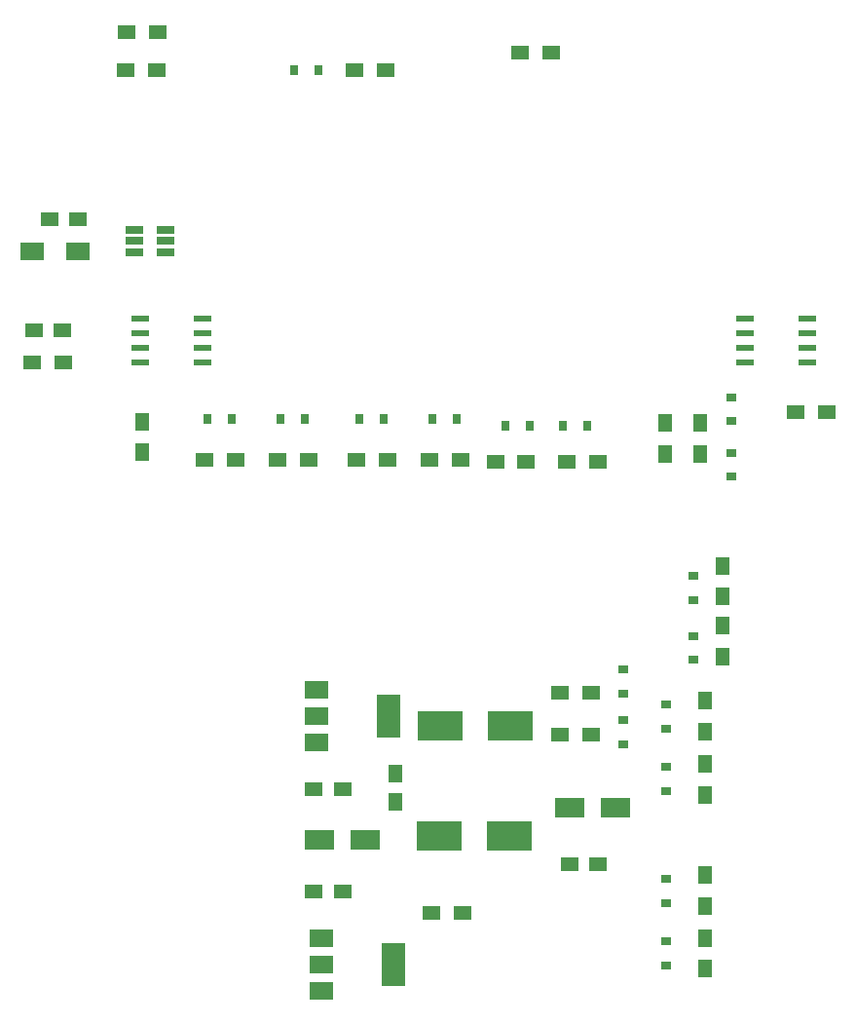
<source format=gtp>
G04 #@! TF.GenerationSoftware,KiCad,Pcbnew,(5.0.0-rc2-dev-444-g2974a2c10)*
G04 #@! TF.CreationDate,2019-06-05T22:24:42-07:00*
G04 #@! TF.ProjectId,2019-04-06_Range_Slicer_PCB,323031392D30342D30365F52616E6765,v02*
G04 #@! TF.SameCoordinates,Original*
G04 #@! TF.FileFunction,Paste,Top*
G04 #@! TF.FilePolarity,Positive*
%FSLAX46Y46*%
G04 Gerber Fmt 4.6, Leading zero omitted, Abs format (unit mm)*
G04 Created by KiCad (PCBNEW (5.0.0-rc2-dev-444-g2974a2c10)) date 06/05/19 22:24:42*
%MOMM*%
%LPD*%
G01*
G04 APERTURE LIST*
%ADD10R,0.800000X0.900000*%
%ADD11R,1.300000X1.500000*%
%ADD12R,1.500000X1.300000*%
%ADD13R,0.900000X0.800000*%
%ADD14R,2.500000X1.800000*%
%ADD15R,2.000000X1.500000*%
%ADD16R,2.000000X3.800000*%
%ADD17R,1.550000X0.600000*%
%ADD18R,1.500000X1.250000*%
%ADD19R,4.000000X2.500000*%
%ADD20R,1.250000X1.500000*%
%ADD21R,1.560000X0.650000*%
%ADD22R,2.000000X1.600000*%
G04 APERTURE END LIST*
D10*
X122906000Y-64534000D03*
X125006000Y-64534000D03*
D11*
X158612189Y-119345595D03*
X158612189Y-122045595D03*
D12*
X134671000Y-98443000D03*
X137371000Y-98443000D03*
X108255000Y-64534000D03*
X110955000Y-64534000D03*
X108382000Y-61232000D03*
X111082000Y-61232000D03*
D13*
X157650000Y-113700000D03*
X157650000Y-115800000D03*
X155244529Y-142334591D03*
X155244529Y-140234591D03*
X151550000Y-123100000D03*
X151550000Y-121000000D03*
D12*
X148700000Y-118650000D03*
X146000000Y-118650000D03*
X143100000Y-98550000D03*
X140400000Y-98550000D03*
X100161513Y-89969538D03*
X102861513Y-89969538D03*
D14*
X146850000Y-128650000D03*
X150850000Y-128650000D03*
D11*
X109732000Y-97761000D03*
X109732000Y-95061000D03*
D12*
X134878000Y-137813000D03*
X137578000Y-137813000D03*
X142545000Y-63010000D03*
X145245000Y-63010000D03*
X169248000Y-94252000D03*
X166548000Y-94252000D03*
D15*
X125251000Y-139958000D03*
X125251000Y-144558000D03*
X125251000Y-142258000D03*
D16*
X131551000Y-142258000D03*
D17*
X167550000Y-86124000D03*
X167550000Y-87394000D03*
X167550000Y-88664000D03*
X167550000Y-89934000D03*
X162150000Y-89934000D03*
X162150000Y-88664000D03*
X162150000Y-87394000D03*
X162150000Y-86124000D03*
X114972000Y-86124000D03*
X114972000Y-87394000D03*
X114972000Y-88664000D03*
X114972000Y-89934000D03*
X109572000Y-89934000D03*
X109572000Y-88664000D03*
X109572000Y-87394000D03*
X109572000Y-86124000D03*
D18*
X127111000Y-135935500D03*
X124611000Y-135935500D03*
X149363000Y-133550000D03*
X146863000Y-133550000D03*
D19*
X141738000Y-121557000D03*
X135638000Y-121557000D03*
D20*
X131703000Y-125641000D03*
X131703000Y-128141000D03*
D19*
X135511000Y-131082000D03*
X141611000Y-131082000D03*
D13*
X157650000Y-110600000D03*
X157650000Y-108500000D03*
X155222328Y-119645595D03*
X155222328Y-121745595D03*
X155244529Y-134787296D03*
X155244529Y-136887296D03*
X151550000Y-118700000D03*
X151550000Y-116600000D03*
D10*
X141323146Y-95421348D03*
X143423146Y-95421348D03*
D13*
X155222328Y-127192890D03*
X155222328Y-125092890D03*
D10*
X148384339Y-95475175D03*
X146284339Y-95475175D03*
X115413000Y-94887000D03*
X117513000Y-94887000D03*
X128621000Y-94887000D03*
X130721000Y-94887000D03*
X123863000Y-94887000D03*
X121763000Y-94887000D03*
X137071000Y-94887000D03*
X134971000Y-94887000D03*
D14*
X125111000Y-131463000D03*
X129111000Y-131463000D03*
D11*
X160150000Y-107600000D03*
X160150000Y-110300000D03*
X158634392Y-137187296D03*
X158634392Y-134487296D03*
X160150000Y-112800000D03*
X160150000Y-115500000D03*
X158612189Y-124792890D03*
X158612189Y-127492890D03*
X158634392Y-142634591D03*
X158634392Y-139934591D03*
D12*
X146050000Y-122250000D03*
X148750000Y-122250000D03*
X146600000Y-98550000D03*
X149300000Y-98550000D03*
X117813000Y-98443000D03*
X115113000Y-98443000D03*
X128321000Y-98443000D03*
X131021000Y-98443000D03*
X124163000Y-98443000D03*
X121463000Y-98443000D03*
D15*
X124861000Y-118368000D03*
X124861000Y-122968000D03*
X124861000Y-120668000D03*
D16*
X131161000Y-120668000D03*
D21*
X111717000Y-79393000D03*
X111717000Y-78443000D03*
X111717000Y-80343000D03*
X109017000Y-80343000D03*
X109017000Y-79393000D03*
X109017000Y-78443000D03*
D18*
X124611000Y-126990500D03*
X127111000Y-126990500D03*
X104144000Y-77488000D03*
X101644000Y-77488000D03*
X102761513Y-87175538D03*
X100261513Y-87175538D03*
D22*
X100112000Y-80282000D03*
X104112000Y-80282000D03*
D12*
X128194000Y-64534000D03*
X130894000Y-64534000D03*
D13*
X160913000Y-95048000D03*
X160913000Y-92948000D03*
X160913000Y-97774000D03*
X160913000Y-99874000D03*
D11*
X158246000Y-95188000D03*
X158246000Y-97888000D03*
X155198000Y-95188000D03*
X155198000Y-97888000D03*
M02*

</source>
